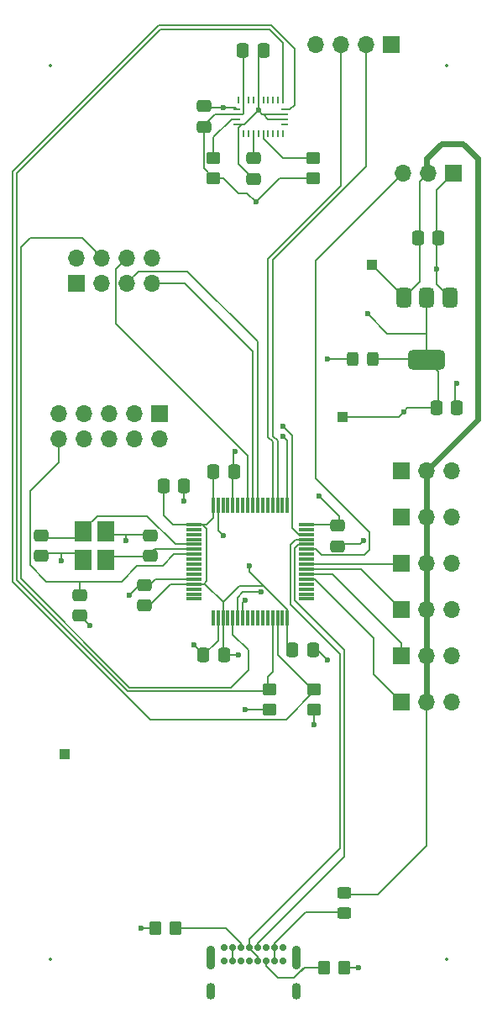
<source format=gtl>
%TF.GenerationSoftware,KiCad,Pcbnew,8.0.8-2.fc41*%
%TF.CreationDate,2025-02-22T17:19:49+01:00*%
%TF.ProjectId,Computy,436f6d70-7574-4792-9e6b-696361645f70,rev?*%
%TF.SameCoordinates,Original*%
%TF.FileFunction,Copper,L1,Top*%
%TF.FilePolarity,Positive*%
%FSLAX46Y46*%
G04 Gerber Fmt 4.6, Leading zero omitted, Abs format (unit mm)*
G04 Created by KiCad (PCBNEW 8.0.8-2.fc41) date 2025-02-22 17:19:49*
%MOMM*%
%LPD*%
G01*
G04 APERTURE LIST*
G04 Aperture macros list*
%AMRoundRect*
0 Rectangle with rounded corners*
0 $1 Rounding radius*
0 $2 $3 $4 $5 $6 $7 $8 $9 X,Y pos of 4 corners*
0 Add a 4 corners polygon primitive as box body*
4,1,4,$2,$3,$4,$5,$6,$7,$8,$9,$2,$3,0*
0 Add four circle primitives for the rounded corners*
1,1,$1+$1,$2,$3*
1,1,$1+$1,$4,$5*
1,1,$1+$1,$6,$7*
1,1,$1+$1,$8,$9*
0 Add four rect primitives between the rounded corners*
20,1,$1+$1,$2,$3,$4,$5,0*
20,1,$1+$1,$4,$5,$6,$7,0*
20,1,$1+$1,$6,$7,$8,$9,0*
20,1,$1+$1,$8,$9,$2,$3,0*%
G04 Aperture macros list end*
%TA.AperFunction,ComponentPad*%
%ADD10C,0.700000*%
%TD*%
%TA.AperFunction,ComponentPad*%
%ADD11O,0.900000X2.400000*%
%TD*%
%TA.AperFunction,ComponentPad*%
%ADD12O,0.900000X1.700000*%
%TD*%
%TA.AperFunction,SMDPad,CuDef*%
%ADD13RoundRect,0.250000X-0.475000X0.337500X-0.475000X-0.337500X0.475000X-0.337500X0.475000X0.337500X0*%
%TD*%
%TA.AperFunction,SMDPad,CuDef*%
%ADD14RoundRect,0.250000X-0.337500X-0.475000X0.337500X-0.475000X0.337500X0.475000X-0.337500X0.475000X0*%
%TD*%
%TA.AperFunction,SMDPad,CuDef*%
%ADD15RoundRect,0.250000X0.475000X-0.337500X0.475000X0.337500X-0.475000X0.337500X-0.475000X-0.337500X0*%
%TD*%
%TA.AperFunction,SMDPad,CuDef*%
%ADD16RoundRect,0.250000X0.337500X0.475000X-0.337500X0.475000X-0.337500X-0.475000X0.337500X-0.475000X0*%
%TD*%
%TA.AperFunction,SMDPad,CuDef*%
%ADD17RoundRect,0.250000X0.450000X-0.350000X0.450000X0.350000X-0.450000X0.350000X-0.450000X-0.350000X0*%
%TD*%
%TA.AperFunction,SMDPad,CuDef*%
%ADD18RoundRect,0.250000X0.350000X0.450000X-0.350000X0.450000X-0.350000X-0.450000X0.350000X-0.450000X0*%
%TD*%
%TA.AperFunction,ComponentPad*%
%ADD19R,1.700000X1.700000*%
%TD*%
%TA.AperFunction,ComponentPad*%
%ADD20O,1.700000X1.700000*%
%TD*%
%TA.AperFunction,ComponentPad*%
%ADD21R,1.000000X1.000000*%
%TD*%
%TA.AperFunction,SMDPad,CuDef*%
%ADD22RoundRect,0.250000X-0.450000X0.325000X-0.450000X-0.325000X0.450000X-0.325000X0.450000X0.325000X0*%
%TD*%
%TA.AperFunction,SMDPad,CuDef*%
%ADD23R,1.800000X2.100000*%
%TD*%
%TA.AperFunction,SMDPad,CuDef*%
%ADD24RoundRect,0.250000X0.325000X0.450000X-0.325000X0.450000X-0.325000X-0.450000X0.325000X-0.450000X0*%
%TD*%
%TA.AperFunction,SMDPad,CuDef*%
%ADD25RoundRect,0.075000X-0.700000X-0.075000X0.700000X-0.075000X0.700000X0.075000X-0.700000X0.075000X0*%
%TD*%
%TA.AperFunction,SMDPad,CuDef*%
%ADD26RoundRect,0.075000X-0.075000X-0.700000X0.075000X-0.700000X0.075000X0.700000X-0.075000X0.700000X0*%
%TD*%
%TA.AperFunction,SMDPad,CuDef*%
%ADD27RoundRect,0.375000X-0.375000X0.625000X-0.375000X-0.625000X0.375000X-0.625000X0.375000X0.625000X0*%
%TD*%
%TA.AperFunction,SMDPad,CuDef*%
%ADD28RoundRect,0.500000X-1.400000X0.500000X-1.400000X-0.500000X1.400000X-0.500000X1.400000X0.500000X0*%
%TD*%
%TA.AperFunction,SMDPad,CuDef*%
%ADD29R,0.254000X0.675000*%
%TD*%
%TA.AperFunction,SMDPad,CuDef*%
%ADD30R,0.675000X0.254000*%
%TD*%
%TA.AperFunction,SMDPad,CuDef*%
%ADD31RoundRect,0.250000X-0.350000X-0.450000X0.350000X-0.450000X0.350000X0.450000X-0.350000X0.450000X0*%
%TD*%
%TA.AperFunction,ViaPad*%
%ADD32C,0.600000*%
%TD*%
%TA.AperFunction,Conductor*%
%ADD33C,0.200000*%
%TD*%
%TA.AperFunction,Conductor*%
%ADD34C,0.600000*%
%TD*%
%ADD35C,0.300000*%
%ADD36C,0.350000*%
%ADD37O,0.600000X2.100000*%
%ADD38O,0.600000X1.400000*%
G04 APERTURE END LIST*
D10*
%TO.P,J1,A1,GND*%
%TO.N,GND*%
X107537500Y-134000000D03*
%TO.P,J1,A4,VBUS*%
%TO.N,Net-(D2-A)*%
X108387500Y-134000000D03*
%TO.P,J1,A5,CC1*%
%TO.N,Net-(J1-CC1)*%
X109237500Y-134000000D03*
%TO.P,J1,A6,D+*%
%TO.N,/USB_D+*%
X110087500Y-134000000D03*
%TO.P,J1,A7,D-*%
%TO.N,/USB_D-*%
X110937500Y-134000000D03*
%TO.P,J1,A8,SBU1*%
%TO.N,unconnected-(J1-SBU1-PadA8)*%
X111787500Y-134000000D03*
%TO.P,J1,A9,VBUS*%
%TO.N,Net-(D2-A)*%
X112637500Y-134000000D03*
%TO.P,J1,A12,GND*%
%TO.N,GND*%
X113487500Y-134000000D03*
%TO.P,J1,B1,GND*%
X113487500Y-135350000D03*
%TO.P,J1,B4,VBUS*%
%TO.N,Net-(D2-A)*%
X112637500Y-135350000D03*
%TO.P,J1,B5,CC2*%
%TO.N,Net-(J1-CC2)*%
X111787500Y-135350000D03*
%TO.P,J1,B6,D+*%
%TO.N,/USB_D+*%
X110937500Y-135350000D03*
%TO.P,J1,B7,D-*%
%TO.N,/USB_D-*%
X110087500Y-135350000D03*
%TO.P,J1,B8,SBU2*%
%TO.N,unconnected-(J1-SBU2-PadB8)*%
X109237500Y-135350000D03*
%TO.P,J1,B9,VBUS*%
%TO.N,Net-(D2-A)*%
X108387500Y-135350000D03*
%TO.P,J1,B12,GND*%
%TO.N,GND*%
X107537500Y-135350000D03*
D11*
%TO.P,J1,S1,SHIELD*%
%TO.N,unconnected-(J1-SHIELD-PadS1)_2*%
X106187500Y-134980000D03*
D12*
%TO.N,unconnected-(J1-SHIELD-PadS1)*%
X106187500Y-138360000D03*
D11*
%TO.N,unconnected-(J1-SHIELD-PadS1)_3*%
X114837500Y-134980000D03*
D12*
%TO.N,unconnected-(J1-SHIELD-PadS1)_1*%
X114837500Y-138360000D03*
%TD*%
D13*
%TO.P,C14,1*%
%TO.N,Net-(U3-CAP)*%
X110500000Y-54462500D03*
%TO.P,C14,2*%
%TO.N,GND*%
X110500000Y-56537500D03*
%TD*%
%TO.P,C13,1*%
%TO.N,/NRST*%
X93000000Y-98462500D03*
%TO.P,C13,2*%
%TO.N,GND*%
X93000000Y-100537500D03*
%TD*%
D14*
%TO.P,C12,1*%
%TO.N,+3.3V*%
X106462500Y-86000000D03*
%TO.P,C12,2*%
%TO.N,GND*%
X108537500Y-86000000D03*
%TD*%
D15*
%TO.P,C11,1*%
%TO.N,+3.3V*%
X99500000Y-99537500D03*
%TO.P,C11,2*%
%TO.N,GND*%
X99500000Y-97462500D03*
%TD*%
D13*
%TO.P,C4,1*%
%TO.N,+3.3V*%
X119000000Y-91462500D03*
%TO.P,C4,2*%
%TO.N,GND*%
X119000000Y-93537500D03*
%TD*%
D16*
%TO.P,C3,1*%
%TO.N,+3.3V*%
X107537500Y-104500000D03*
%TO.P,C3,2*%
%TO.N,GND*%
X105462500Y-104500000D03*
%TD*%
D14*
%TO.P,C2,1*%
%TO.N,+3.3V*%
X114425000Y-104000000D03*
%TO.P,C2,2*%
%TO.N,GND*%
X116500000Y-104000000D03*
%TD*%
%TO.P,C1,1*%
%TO.N,+3.3V*%
X101462500Y-87500000D03*
%TO.P,C1,2*%
%TO.N,GND*%
X103537500Y-87500000D03*
%TD*%
D17*
%TO.P,R5,1*%
%TO.N,+3.3V*%
X116500000Y-56500000D03*
%TO.P,R5,2*%
%TO.N,Net-(U3-~{RESET})*%
X116500000Y-54500000D03*
%TD*%
D18*
%TO.P,R2,1*%
%TO.N,GND*%
X119637500Y-136000000D03*
%TO.P,R2,2*%
%TO.N,Net-(J1-CC2)*%
X117637500Y-136000000D03*
%TD*%
D19*
%TO.P,M4,1,PWM*%
%TO.N,/TIM8_CH4*%
X125420000Y-95287500D03*
D20*
%TO.P,M4,2,+*%
%TO.N,+5V*%
X127960000Y-95287500D03*
%TO.P,M4,3,-*%
%TO.N,GND*%
X130500000Y-95287500D03*
%TD*%
D21*
%TO.P,TP3,1,1*%
%TO.N,GND*%
X91500000Y-114500000D03*
%TD*%
D22*
%TO.P,D2,1,K*%
%TO.N,+5V*%
X119637500Y-128475000D03*
%TO.P,D2,2,A*%
%TO.N,Net-(D2-A)*%
X119637500Y-130525000D03*
%TD*%
D21*
%TO.P,TP2,1,1*%
%TO.N,+3.3V*%
X119500000Y-80500000D03*
%TD*%
D14*
%TO.P,C6,1*%
%TO.N,+3.3V*%
X128962500Y-79637500D03*
%TO.P,C6,2*%
%TO.N,GND*%
X131037500Y-79637500D03*
%TD*%
D23*
%TO.P,Y1,1,1*%
%TO.N,/OSC_IN*%
X93337500Y-92050000D03*
%TO.P,Y1,2,2*%
%TO.N,GND*%
X93337500Y-94950000D03*
%TO.P,Y1,3,3*%
%TO.N,/OSC_OUT*%
X95637500Y-94950000D03*
%TO.P,Y1,4,4*%
%TO.N,GND*%
X95637500Y-92050000D03*
%TD*%
D17*
%TO.P,R6,1*%
%TO.N,+3.3V*%
X106500000Y-56500000D03*
%TO.P,R6,2*%
%TO.N,Net-(U3-~{BOOT_LOAD_PIN})*%
X106500000Y-54500000D03*
%TD*%
D24*
%TO.P,D1,1,K*%
%TO.N,+3.3V*%
X122525000Y-74730000D03*
%TO.P,D1,2,A*%
%TO.N,Net-(D1-A)*%
X120475000Y-74730000D03*
%TD*%
D25*
%TO.P,U1,1,VBAT*%
%TO.N,+3.3V*%
X104512500Y-91360000D03*
%TO.P,U1,2,PC13*%
%TO.N,unconnected-(U1-PC13-Pad2)*%
X104512500Y-91860000D03*
%TO.P,U1,3,PC14*%
%TO.N,unconnected-(U1-PC14-Pad3)*%
X104512500Y-92360000D03*
%TO.P,U1,4,PC15*%
%TO.N,unconnected-(U1-PC15-Pad4)*%
X104512500Y-92860000D03*
%TO.P,U1,5,PH0*%
%TO.N,/OSC_IN*%
X104512500Y-93360000D03*
%TO.P,U1,6,PH1*%
%TO.N,/OSC_OUT*%
X104512500Y-93860000D03*
%TO.P,U1,7,NRST*%
%TO.N,/NRST*%
X104512500Y-94360000D03*
%TO.P,U1,8,PC0*%
%TO.N,unconnected-(U1-PC0-Pad8)*%
X104512500Y-94860000D03*
%TO.P,U1,9,PC1*%
%TO.N,unconnected-(U1-PC1-Pad9)*%
X104512500Y-95360000D03*
%TO.P,U1,10,PC2*%
%TO.N,unconnected-(U1-PC2-Pad10)*%
X104512500Y-95860000D03*
%TO.P,U1,11,PC3*%
%TO.N,unconnected-(U1-PC3-Pad11)*%
X104512500Y-96360000D03*
%TO.P,U1,12,VSSA*%
%TO.N,GND*%
X104512500Y-96860000D03*
%TO.P,U1,13,VDDA*%
%TO.N,+3.3V*%
X104512500Y-97360000D03*
%TO.P,U1,14,PA0*%
%TO.N,unconnected-(U1-PA0-Pad14)*%
X104512500Y-97860000D03*
%TO.P,U1,15,PA1*%
%TO.N,unconnected-(U1-PA1-Pad15)*%
X104512500Y-98360000D03*
%TO.P,U1,16,PA2*%
%TO.N,unconnected-(U1-PA2-Pad16)*%
X104512500Y-98860000D03*
D26*
%TO.P,U1,17,PA3*%
%TO.N,unconnected-(U1-PA3-Pad17)*%
X106437500Y-100785000D03*
%TO.P,U1,18,VSS*%
%TO.N,GND*%
X106937500Y-100785000D03*
%TO.P,U1,19,VDD*%
%TO.N,+3.3V*%
X107437500Y-100785000D03*
%TO.P,U1,20,PA4*%
%TO.N,unconnected-(U1-PA4-Pad20)*%
X107937500Y-100785000D03*
%TO.P,U1,21,PA5*%
%TO.N,/CC1101_CSN*%
X108437500Y-100785000D03*
%TO.P,U1,22,PA6*%
%TO.N,/TIM3_CH1*%
X108937500Y-100785000D03*
%TO.P,U1,23,PA7*%
%TO.N,/TIM3_CH2*%
X109437500Y-100785000D03*
%TO.P,U1,24,PC4*%
%TO.N,unconnected-(U1-PC4-Pad24)*%
X109937500Y-100785000D03*
%TO.P,U1,25,PC5*%
%TO.N,unconnected-(U1-PC5-Pad25)*%
X110437500Y-100785000D03*
%TO.P,U1,26,PB0*%
%TO.N,unconnected-(U1-PB0-Pad26)*%
X110937500Y-100785000D03*
%TO.P,U1,27,PB1*%
%TO.N,unconnected-(U1-PB1-Pad27)*%
X111437500Y-100785000D03*
%TO.P,U1,28,PB2*%
%TO.N,unconnected-(U1-PB2-Pad28)*%
X111937500Y-100785000D03*
%TO.P,U1,29,PB10*%
%TO.N,/I2C2_SCL*%
X112437500Y-100785000D03*
%TO.P,U1,30,PB11*%
%TO.N,/I2C2_SDA*%
X112937500Y-100785000D03*
%TO.P,U1,31,VCAP_1*%
%TO.N,unconnected-(U1-VCAP_1-Pad31)*%
X113437500Y-100785000D03*
%TO.P,U1,32,VDD*%
%TO.N,+3.3V*%
X113937500Y-100785000D03*
D25*
%TO.P,U1,33,PB12*%
%TO.N,unconnected-(U1-PB12-Pad33)*%
X115862500Y-98860000D03*
%TO.P,U1,34,PB13*%
%TO.N,unconnected-(U1-PB13-Pad34)*%
X115862500Y-98360000D03*
%TO.P,U1,35,PB14*%
%TO.N,unconnected-(U1-PB14-Pad35)*%
X115862500Y-97860000D03*
%TO.P,U1,36,PB15*%
%TO.N,unconnected-(U1-PB15-Pad36)*%
X115862500Y-97360000D03*
%TO.P,U1,37,PC6*%
%TO.N,/TIM8_CH1*%
X115862500Y-96860000D03*
%TO.P,U1,38,PC7*%
%TO.N,/TIM8_CH2*%
X115862500Y-96360000D03*
%TO.P,U1,39,PC8*%
%TO.N,/TIM8_CH3*%
X115862500Y-95860000D03*
%TO.P,U1,40,PC9*%
%TO.N,/TIM8_CH4*%
X115862500Y-95360000D03*
%TO.P,U1,41,PA8*%
%TO.N,unconnected-(U1-PA8-Pad41)*%
X115862500Y-94860000D03*
%TO.P,U1,42,PA9*%
%TO.N,unconnected-(U1-PA9-Pad42)*%
X115862500Y-94360000D03*
%TO.P,U1,43,PA10*%
%TO.N,/REC_TX*%
X115862500Y-93860000D03*
%TO.P,U1,44,PA11*%
%TO.N,/USB_D-*%
X115862500Y-93360000D03*
%TO.P,U1,45,PA12*%
%TO.N,/USB_D+*%
X115862500Y-92860000D03*
%TO.P,U1,46,PA13*%
%TO.N,/SWDIO*%
X115862500Y-92360000D03*
%TO.P,U1,47,VCAP_2*%
%TO.N,unconnected-(U1-VCAP_2-Pad47)*%
X115862500Y-91860000D03*
%TO.P,U1,48,VDD*%
%TO.N,+3.3V*%
X115862500Y-91360000D03*
D26*
%TO.P,U1,49,PA14*%
%TO.N,/SWCLK*%
X113937500Y-89435000D03*
%TO.P,U1,50,PA15*%
%TO.N,unconnected-(U1-PA15-Pad50)*%
X113437500Y-89435000D03*
%TO.P,U1,51,PC10*%
%TO.N,TX_GPS*%
X112937500Y-89435000D03*
%TO.P,U1,52,PC11*%
%TO.N,RX_GPS*%
X112437500Y-89435000D03*
%TO.P,U1,53,PC12*%
%TO.N,unconnected-(U1-PC12-Pad53)*%
X111937500Y-89435000D03*
%TO.P,U1,54,PD2*%
%TO.N,unconnected-(U1-PD2-Pad54)*%
X111437500Y-89435000D03*
%TO.P,U1,55,PB3*%
%TO.N,/SPI3_SCK*%
X110937500Y-89435000D03*
%TO.P,U1,56,PB4*%
%TO.N,/SPI3_MISO*%
X110437500Y-89435000D03*
%TO.P,U1,57,PB5*%
%TO.N,/SPI3_MOSI*%
X109937500Y-89435000D03*
%TO.P,U1,58,PB6*%
%TO.N,unconnected-(U1-PB6-Pad58)*%
X109437500Y-89435000D03*
%TO.P,U1,59,PB7*%
%TO.N,unconnected-(U1-PB7-Pad59)*%
X108937500Y-89435000D03*
%TO.P,U1,60,BOOT0*%
%TO.N,GND*%
X108437500Y-89435000D03*
%TO.P,U1,61,PB8*%
%TO.N,unconnected-(U1-PB8-Pad61)*%
X107937500Y-89435000D03*
%TO.P,U1,62,PB9*%
%TO.N,unconnected-(U1-PB9-Pad62)*%
X107437500Y-89435000D03*
%TO.P,U1,63,VSS*%
%TO.N,GND*%
X106937500Y-89435000D03*
%TO.P,U1,64,VDD*%
%TO.N,+3.3V*%
X106437500Y-89435000D03*
%TD*%
D27*
%TO.P,U2,1,GND*%
%TO.N,GND*%
X130300000Y-68487500D03*
%TO.P,U2,2,VO*%
%TO.N,+3.3V*%
X128000000Y-68487500D03*
D28*
X128000000Y-74787500D03*
D27*
%TO.P,U2,3,VI*%
%TO.N,+5V*%
X125700000Y-68487500D03*
%TD*%
D19*
%TO.P,M6,1,PWM*%
%TO.N,/TIM3_CH2*%
X125420000Y-85987500D03*
D20*
%TO.P,M6,2,+*%
%TO.N,+5V*%
X127960000Y-85987500D03*
%TO.P,M6,3,-*%
%TO.N,GND*%
X130500000Y-85987500D03*
%TD*%
D19*
%TO.P,M1,1,PWM*%
%TO.N,/TIM8_CH1*%
X125420000Y-109237500D03*
D20*
%TO.P,M1,2,+*%
%TO.N,+5V*%
X127960000Y-109237500D03*
%TO.P,M1,3,-*%
%TO.N,GND*%
X130500000Y-109237500D03*
%TD*%
D17*
%TO.P,R4,1*%
%TO.N,+3.3V*%
X116637500Y-110000000D03*
%TO.P,R4,2*%
%TO.N,/I2C2_SDA*%
X116637500Y-108000000D03*
%TD*%
D14*
%TO.P,C5,1*%
%TO.N,+5V*%
X127100000Y-62500000D03*
%TO.P,C5,2*%
%TO.N,GND*%
X129175000Y-62500000D03*
%TD*%
D15*
%TO.P,C8,1*%
%TO.N,/OSC_OUT*%
X100137500Y-94537500D03*
%TO.P,C8,2*%
%TO.N,GND*%
X100137500Y-92462500D03*
%TD*%
D16*
%TO.P,C9,1*%
%TO.N,GND*%
X111537500Y-43637500D03*
%TO.P,C9,2*%
%TO.N,+3.3V*%
X109462500Y-43637500D03*
%TD*%
D29*
%TO.P,U3,1,PIN1*%
%TO.N,unconnected-(U3-PIN1-Pad1)*%
X109000000Y-48637500D03*
D30*
%TO.P,U3,2,GND*%
%TO.N,GND*%
X108862500Y-49550000D03*
%TO.P,U3,3,VDD*%
%TO.N,+3.3V*%
X108862500Y-50050000D03*
%TO.P,U3,4,~{BOOT_LOAD_PIN}*%
%TO.N,Net-(U3-~{BOOT_LOAD_PIN})*%
X108862500Y-50550000D03*
%TO.P,U3,5,PS1*%
%TO.N,GND*%
X108862500Y-51050000D03*
D29*
%TO.P,U3,6,PS0*%
X109000000Y-51962500D03*
%TO.P,U3,7,PIN7*%
%TO.N,unconnected-(U3-PIN7-Pad7)*%
X109500000Y-51962500D03*
%TO.P,U3,8,PIN8*%
%TO.N,unconnected-(U3-PIN8-Pad8)*%
X110000000Y-51962500D03*
%TO.P,U3,9,CAP*%
%TO.N,Net-(U3-CAP)*%
X110500000Y-51962500D03*
%TO.P,U3,10,BL_IND*%
%TO.N,unconnected-(U3-BL_IND-Pad10)*%
X111000000Y-51962500D03*
%TO.P,U3,11,~{RESET}*%
%TO.N,Net-(U3-~{RESET})*%
X111500000Y-51962500D03*
%TO.P,U3,12,PIN12*%
%TO.N,unconnected-(U3-PIN12-Pad12)*%
X112000000Y-51962500D03*
%TO.P,U3,13,PIN13*%
%TO.N,unconnected-(U3-PIN13-Pad13)*%
X112500000Y-51962500D03*
%TO.P,U3,14,INT*%
%TO.N,unconnected-(U3-INT-Pad14)*%
X113000000Y-51962500D03*
%TO.P,U3,15,PIN15*%
%TO.N,unconnected-(U3-PIN15-Pad15)*%
X113500000Y-51962500D03*
D30*
%TO.P,U3,16,PIN16*%
%TO.N,unconnected-(U3-PIN16-Pad16)*%
X113637500Y-51050000D03*
%TO.P,U3,17,COM3*%
%TO.N,GND*%
X113637500Y-50550000D03*
%TO.P,U3,18,COM2*%
X113637500Y-50050000D03*
%TO.P,U3,19,COM1*%
%TO.N,/I2C2_SDA*%
X113637500Y-49550000D03*
D29*
%TO.P,U3,20,COM0*%
%TO.N,/I2C2_SCL*%
X113500000Y-48637500D03*
%TO.P,U3,21,PIN21*%
%TO.N,unconnected-(U3-PIN21-Pad21)*%
X113000000Y-48637500D03*
%TO.P,U3,22,PIN22*%
%TO.N,unconnected-(U3-PIN22-Pad22)*%
X112500000Y-48637500D03*
%TO.P,U3,23,PIN23*%
%TO.N,unconnected-(U3-PIN23-Pad23)*%
X112000000Y-48637500D03*
%TO.P,U3,24,PIN24*%
%TO.N,unconnected-(U3-PIN24-Pad24)*%
X111500000Y-48637500D03*
%TO.P,U3,25,GNDIO*%
%TO.N,GND*%
X111000000Y-48637500D03*
%TO.P,U3,26,XOUT32*%
%TO.N,unconnected-(U3-XOUT32-Pad26)*%
X110500000Y-48637500D03*
%TO.P,U3,27,XIN32*%
%TO.N,unconnected-(U3-XIN32-Pad27)*%
X110000000Y-48637500D03*
%TO.P,U3,28,VDDIO*%
%TO.N,+3.3V*%
X109500000Y-48637500D03*
%TD*%
D19*
%TO.P,M3,1,PWM*%
%TO.N,/TIM8_CH3*%
X125420000Y-99937500D03*
D20*
%TO.P,M3,2,+*%
%TO.N,+5V*%
X127960000Y-99937500D03*
%TO.P,M3,3,-*%
%TO.N,GND*%
X130500000Y-99937500D03*
%TD*%
D19*
%TO.P,J4,1,Pin_1*%
%TO.N,+3.3V*%
X124437500Y-43025000D03*
D20*
%TO.P,J4,2,Pin_2*%
%TO.N,TX_GPS*%
X121897500Y-43025000D03*
%TO.P,J4,3,Pin_3*%
%TO.N,RX_GPS*%
X119357500Y-43025000D03*
%TO.P,J4,4,Pin_4*%
%TO.N,GND*%
X116817500Y-43025000D03*
%TD*%
D19*
%TO.P,M2,1,PWM*%
%TO.N,/TIM8_CH2*%
X125420000Y-104587500D03*
D20*
%TO.P,M2,2,+*%
%TO.N,+5V*%
X127960000Y-104587500D03*
%TO.P,M2,3,-*%
%TO.N,GND*%
X130500000Y-104587500D03*
%TD*%
D17*
%TO.P,R3,1*%
%TO.N,+3.3V*%
X112137500Y-110000000D03*
%TO.P,R3,2*%
%TO.N,/I2C2_SCL*%
X112137500Y-108000000D03*
%TD*%
D21*
%TO.P,TP1,1,1*%
%TO.N,+5V*%
X122500000Y-65200000D03*
%TD*%
D19*
%TO.P,J3,1,Pin_1*%
%TO.N,GND*%
X130662500Y-56025000D03*
D20*
%TO.P,J3,2,Pin_2*%
%TO.N,+5V*%
X128122500Y-56025000D03*
%TO.P,J3,3,Pin_3*%
%TO.N,/REC_TX*%
X125582500Y-56025000D03*
%TD*%
D13*
%TO.P,C7,1*%
%TO.N,/OSC_IN*%
X89137500Y-92462500D03*
%TO.P,C7,2*%
%TO.N,GND*%
X89137500Y-94537500D03*
%TD*%
D19*
%TO.P,M5,1,PWM*%
%TO.N,/TIM3_CH1*%
X125420000Y-90637500D03*
D20*
%TO.P,M5,2,+*%
%TO.N,+5V*%
X127960000Y-90637500D03*
%TO.P,M5,3,-*%
%TO.N,GND*%
X130500000Y-90637500D03*
%TD*%
D31*
%TO.P,R1,1*%
%TO.N,GND*%
X100637500Y-132000000D03*
%TO.P,R1,2*%
%TO.N,Net-(J1-CC1)*%
X102637500Y-132000000D03*
%TD*%
D13*
%TO.P,C10,1*%
%TO.N,GND*%
X105500000Y-49237500D03*
%TO.P,C10,2*%
%TO.N,+3.3V*%
X105500000Y-51312500D03*
%TD*%
D20*
%TO.P,J2,10,~{RESET}*%
%TO.N,/NRST*%
X90915000Y-82765000D03*
%TO.P,J2,9,GNDDetect*%
%TO.N,GND*%
X90915000Y-80225000D03*
%TO.P,J2,8,NC/TDI*%
%TO.N,unconnected-(J2-NC{slash}TDI-Pad8)*%
X93455000Y-82765000D03*
%TO.P,J2,7,KEY*%
%TO.N,unconnected-(J2-KEY-Pad7)*%
X93455000Y-80225000D03*
%TO.P,J2,6,SWO/TDO*%
%TO.N,unconnected-(J2-SWO{slash}TDO-Pad6)*%
X95995000Y-82765000D03*
%TO.P,J2,5,GND*%
%TO.N,GND*%
X95995000Y-80225000D03*
%TO.P,J2,4,SWCLK/TCK*%
%TO.N,/SWCLK*%
X98535000Y-82765000D03*
%TO.P,J2,3,GND*%
%TO.N,GND*%
X98535000Y-80225000D03*
%TO.P,J2,2,SWDIO/TMS*%
%TO.N,/SWDIO*%
X101075000Y-82765000D03*
D19*
%TO.P,J2,1,VTref*%
%TO.N,Net-(D1-A)*%
X101075000Y-80225000D03*
%TD*%
%TO.P,J5,1,Pin_1*%
%TO.N,GND*%
X92700000Y-67040000D03*
D20*
%TO.P,J5,2,Pin_2*%
%TO.N,+3.3V*%
X92700000Y-64500000D03*
%TO.P,J5,3,Pin_3*%
%TO.N,unconnected-(J5-Pin_3-Pad3)*%
X95240000Y-67040000D03*
%TO.P,J5,4,Pin_4*%
%TO.N,/CC1101_CSN*%
X95240000Y-64500000D03*
%TO.P,J5,5,Pin_5*%
%TO.N,/SPI3_SCK*%
X97780000Y-67040000D03*
%TO.P,J5,6,Pin_6*%
%TO.N,/SPI3_MOSI*%
X97780000Y-64500000D03*
%TO.P,J5,7,Pin_7*%
%TO.N,/SPI3_MISO*%
X100320000Y-67040000D03*
%TO.P,J5,8,Pin_8*%
%TO.N,unconnected-(J5-Pin_8-Pad8)*%
X100320000Y-64500000D03*
%TD*%
D32*
%TO.N,GND*%
X94000000Y-101500000D03*
X107500000Y-92500000D03*
X103500000Y-89000000D03*
X98000000Y-98500000D03*
X118000000Y-105000000D03*
%TO.N,+3.3V*%
X116637500Y-111500000D03*
X117137500Y-88500000D03*
X109637500Y-110000000D03*
X110750000Y-58887500D03*
X110137500Y-95500000D03*
X125637500Y-80000000D03*
X122000000Y-70137500D03*
X109037500Y-104500000D03*
%TO.N,GND*%
X129000000Y-65637500D03*
X111000000Y-49637500D03*
X121637500Y-93000000D03*
X104500000Y-103500000D03*
X108637500Y-84000000D03*
X97637500Y-93000000D03*
X131000000Y-77137500D03*
X121137500Y-136000000D03*
X99137500Y-132000000D03*
X107500000Y-49412500D03*
X91137500Y-95000000D03*
%TO.N,/TIM3_CH1*%
X111311765Y-98174265D03*
%TO.N,/TIM3_CH2*%
X109637500Y-99000000D03*
%TO.N,/SWDIO*%
X113500000Y-81500000D03*
%TO.N,Net-(D1-A)*%
X118000000Y-74730000D03*
%TO.N,/SWCLK*%
X113500000Y-82500000D03*
%TD*%
D33*
%TO.N,+3.3V*%
X116500000Y-56500000D02*
X113137500Y-56500000D01*
X113137500Y-56500000D02*
X110750000Y-58887500D01*
%TO.N,Net-(U3-~{RESET})*%
X111500000Y-51962500D02*
X111500000Y-52527000D01*
X111500000Y-52527000D02*
X113473000Y-54500000D01*
X113473000Y-54500000D02*
X116500000Y-54500000D01*
%TO.N,GND*%
X109000000Y-51962500D02*
X109000000Y-51398000D01*
X109000000Y-51398000D02*
X109348000Y-51050000D01*
X109348000Y-51050000D02*
X109587500Y-51050000D01*
X110500000Y-56537500D02*
X109000000Y-55037500D01*
X109000000Y-55037500D02*
X109000000Y-51962500D01*
%TO.N,Net-(U3-CAP)*%
X110500000Y-54462500D02*
X110500000Y-51962500D01*
%TO.N,+3.3V*%
X109000000Y-58000000D02*
X109862500Y-58000000D01*
X106500000Y-56500000D02*
X107500000Y-56500000D01*
X107500000Y-56500000D02*
X109000000Y-58000000D01*
X106500000Y-56500000D02*
X105500000Y-55500000D01*
X105500000Y-55500000D02*
X105500000Y-51312500D01*
%TO.N,Net-(U3-~{BOOT_LOAD_PIN})*%
X108862500Y-50550000D02*
X108298000Y-50550000D01*
X108298000Y-50550000D02*
X106500000Y-52348000D01*
X106500000Y-52348000D02*
X106500000Y-54500000D01*
%TO.N,GND*%
X93037500Y-100537500D02*
X94000000Y-101500000D01*
X93000000Y-100537500D02*
X93037500Y-100537500D01*
%TO.N,/NRST*%
X89637500Y-97100000D02*
X93000000Y-97100000D01*
X93000000Y-97100000D02*
X97188971Y-97100000D01*
X93000000Y-98462500D02*
X93000000Y-97100000D01*
%TO.N,TX_GPS*%
X121897500Y-43025000D02*
X121897500Y-55305685D01*
X112937500Y-82937500D02*
X112937500Y-89435000D01*
X121897500Y-55305685D02*
X112500000Y-64703185D01*
X112500000Y-64703185D02*
X112500000Y-82500000D01*
X112500000Y-82500000D02*
X112937500Y-82937500D01*
%TO.N,GND*%
X106937500Y-91937500D02*
X107500000Y-92500000D01*
X106937500Y-89435000D02*
X106937500Y-91937500D01*
%TO.N,/OSC_IN*%
X104512500Y-93360000D02*
X102632244Y-93360000D01*
X102632244Y-93360000D02*
X99772244Y-90500000D01*
%TO.N,GND*%
X103537500Y-88962500D02*
X103500000Y-89000000D01*
X103537500Y-87500000D02*
X103537500Y-88962500D01*
%TO.N,+3.3V*%
X104512500Y-91360000D02*
X102360000Y-91360000D01*
X102360000Y-91360000D02*
X101462500Y-90462500D01*
X101462500Y-90462500D02*
X101462500Y-87500000D01*
%TO.N,GND*%
X99037500Y-97462500D02*
X98000000Y-98500000D01*
X100000000Y-97462500D02*
X99037500Y-97462500D01*
%TO.N,+3.3V*%
X100000000Y-99537500D02*
X102177500Y-97360000D01*
X102177500Y-97360000D02*
X104512500Y-97360000D01*
%TO.N,GND*%
X100000000Y-97462500D02*
X100602500Y-96860000D01*
X100602500Y-96860000D02*
X104512500Y-96860000D01*
X117000000Y-104000000D02*
X118000000Y-105000000D01*
X116537500Y-104000000D02*
X117000000Y-104000000D01*
%TO.N,+3.3V*%
X113937500Y-100785000D02*
X113937500Y-103475000D01*
X113937500Y-103475000D02*
X114462500Y-104000000D01*
X128000000Y-72137500D02*
X128000000Y-74787500D01*
X111560294Y-97574265D02*
X110137500Y-96151471D01*
X119137500Y-90500000D02*
X117137500Y-88500000D01*
X116637500Y-109825000D02*
X116637500Y-111500000D01*
X113937500Y-100785000D02*
X113937500Y-99951471D01*
X105777500Y-91817590D02*
X105777500Y-97080000D01*
X108862500Y-50050000D02*
X109427000Y-50050000D01*
X118860000Y-91360000D02*
X119137500Y-91637500D01*
X109063235Y-97574265D02*
X107437500Y-99200000D01*
X109637500Y-110000000D02*
X111962500Y-110000000D01*
X106437500Y-89435000D02*
X106437500Y-86337500D01*
X105777500Y-97080000D02*
X105497500Y-97360000D01*
X105777500Y-91360000D02*
X106437500Y-90700000D01*
X106437500Y-90700000D02*
X106437500Y-89435000D01*
X107437500Y-103937500D02*
X108000000Y-104500000D01*
X128000000Y-68487500D02*
X128000000Y-72137500D01*
X109637500Y-43637500D02*
X109500000Y-43775000D01*
X119137500Y-91637500D02*
X119137500Y-90500000D01*
X107437500Y-99200000D02*
X107437500Y-100785000D01*
X126000000Y-79637500D02*
X129137500Y-79637500D01*
X109862500Y-58000000D02*
X110750000Y-58887500D01*
X106775000Y-86000000D02*
X106637500Y-86000000D01*
X110137500Y-96151471D02*
X110137500Y-95500000D01*
X105500000Y-51137500D02*
X106587500Y-50050000D01*
X128000000Y-74787500D02*
X129137500Y-75925000D01*
X122000000Y-70137500D02*
X124000000Y-72137500D01*
X111560294Y-97574265D02*
X109063235Y-97574265D01*
X115862500Y-91360000D02*
X118860000Y-91360000D01*
X105497500Y-97360000D02*
X105597500Y-97360000D01*
X106587500Y-50050000D02*
X108862500Y-50050000D01*
X113937500Y-99951471D02*
X111560294Y-97574265D01*
X107437500Y-100785000D02*
X107437500Y-103937500D01*
X109500000Y-43775000D02*
X109500000Y-48637500D01*
X124000000Y-72137500D02*
X128000000Y-72137500D01*
X109500000Y-49977000D02*
X109500000Y-48637500D01*
X105597500Y-97360000D02*
X107437500Y-99200000D01*
X109427000Y-50050000D02*
X109500000Y-49977000D01*
X122525000Y-74730000D02*
X127942500Y-74730000D01*
X119500000Y-80500000D02*
X125137500Y-80500000D01*
X125137500Y-80500000D02*
X125637500Y-80000000D01*
X111962500Y-110000000D02*
X112137500Y-109825000D01*
X104512500Y-91360000D02*
X105777500Y-91360000D01*
X105319910Y-91360000D02*
X105777500Y-91817590D01*
X108000000Y-104500000D02*
X109037500Y-104500000D01*
X127942500Y-74730000D02*
X128000000Y-74787500D01*
X104512500Y-97360000D02*
X105497500Y-97360000D01*
X104512500Y-91360000D02*
X105319910Y-91360000D01*
X129137500Y-75925000D02*
X129137500Y-79637500D01*
X106437500Y-86337500D02*
X106775000Y-86000000D01*
X125637500Y-80000000D02*
X126000000Y-79637500D01*
%TO.N,GND*%
X111500000Y-50050000D02*
X111412500Y-50050000D01*
X97637500Y-92400000D02*
X99812500Y-92400000D01*
X108437500Y-88627590D02*
X108437500Y-89435000D01*
X129000000Y-62637500D02*
X129000000Y-67187500D01*
X108500000Y-86000000D02*
X108500000Y-84137500D01*
X108725000Y-49412500D02*
X108862500Y-49550000D01*
X130862500Y-77275000D02*
X131000000Y-77137500D01*
X111000000Y-44000000D02*
X111000000Y-48637500D01*
X105500000Y-49412500D02*
X108725000Y-49412500D01*
X93312500Y-94275000D02*
X93637500Y-94600000D01*
X129000000Y-62637500D02*
X129000000Y-57662500D01*
X95337500Y-92400000D02*
X97637500Y-92400000D01*
X113637500Y-50050000D02*
X111500000Y-50050000D01*
X112000000Y-50550000D02*
X111500000Y-50050000D01*
X111000000Y-48637500D02*
X111000000Y-49637500D01*
X91137500Y-94275000D02*
X93312500Y-94275000D01*
X113637500Y-50550000D02*
X112000000Y-50550000D01*
X109587500Y-51050000D02*
X111000000Y-49637500D01*
X111412500Y-50050000D02*
X111000000Y-49637500D01*
X106937500Y-103025000D02*
X105462500Y-104500000D01*
X108437500Y-89435000D02*
X108437500Y-86062500D01*
X129000000Y-67187500D02*
X130300000Y-68487500D01*
X89137500Y-94275000D02*
X91137500Y-94275000D01*
X130862500Y-79637500D02*
X130862500Y-77275000D01*
X105462500Y-104500000D02*
X105462500Y-104462500D01*
X97637500Y-92400000D02*
X97637500Y-93000000D01*
X119637500Y-136000000D02*
X121137500Y-136000000D01*
X105462500Y-104462500D02*
X104500000Y-103500000D01*
X99812500Y-92400000D02*
X100137500Y-92725000D01*
X108862500Y-51050000D02*
X109587500Y-51050000D01*
X108437500Y-86062500D02*
X108500000Y-86000000D01*
X121275000Y-93362500D02*
X119137500Y-93362500D01*
X106937500Y-100785000D02*
X106937500Y-103025000D01*
X111362500Y-43637500D02*
X111000000Y-44000000D01*
X108500000Y-84137500D02*
X108637500Y-84000000D01*
X129000000Y-57662500D02*
X130525000Y-56137500D01*
X91137500Y-94275000D02*
X91137500Y-95000000D01*
X121637500Y-93000000D02*
X121275000Y-93362500D01*
X100637500Y-132000000D02*
X99137500Y-132000000D01*
%TO.N,/TIM3_CH1*%
X108937500Y-98700000D02*
X108937500Y-100785000D01*
X109463235Y-98174265D02*
X108937500Y-98700000D01*
X111311765Y-98174265D02*
X109463235Y-98174265D01*
%TO.N,RX_GPS*%
X112000000Y-64637500D02*
X112000000Y-82565686D01*
X112000000Y-82565686D02*
X112437500Y-83003186D01*
X119357500Y-57280000D02*
X112000000Y-64637500D01*
X112437500Y-83003186D02*
X112437500Y-89435000D01*
X119357500Y-43025000D02*
X119357500Y-57280000D01*
%TO.N,/TIM3_CH2*%
X109437500Y-99200000D02*
X109637500Y-99000000D01*
X109437500Y-100785000D02*
X109437500Y-99200000D01*
%TO.N,/USB_D-*%
X114637500Y-93777590D02*
X114637500Y-99000000D01*
X110937500Y-133505026D02*
X110937500Y-134000000D01*
X119637500Y-104000000D02*
X119637500Y-124805026D01*
X114637500Y-99000000D02*
X119637500Y-104000000D01*
X119637500Y-124805026D02*
X110937500Y-133505026D01*
X115055090Y-93360000D02*
X114637500Y-93777590D01*
X115862500Y-93360000D02*
X115055090Y-93360000D01*
%TO.N,/USB_D+*%
X114777500Y-92860000D02*
X115862500Y-92860000D01*
X114237500Y-99400000D02*
X114237500Y-93400000D01*
X119237500Y-104400000D02*
X114237500Y-99400000D01*
X110087500Y-133115685D02*
X119237500Y-123965685D01*
X110937500Y-135350000D02*
X110937500Y-134919239D01*
X114237500Y-93400000D02*
X114777500Y-92860000D01*
X110087500Y-134069239D02*
X110087500Y-134000000D01*
X110087500Y-134000000D02*
X110087500Y-133115685D01*
X110937500Y-134919239D02*
X110087500Y-134069239D01*
X119237500Y-123965685D02*
X119237500Y-104400000D01*
%TO.N,/NRST*%
X104512500Y-94360000D02*
X102500000Y-94360000D01*
X88000000Y-88000000D02*
X88000000Y-95462500D01*
X97188971Y-97100000D02*
X98788971Y-95500000D01*
X90915000Y-82765000D02*
X90915000Y-85085000D01*
X98788971Y-95500000D02*
X101360000Y-95500000D01*
X101360000Y-95500000D02*
X102500000Y-94360000D01*
X88000000Y-95462500D02*
X89637500Y-97100000D01*
X90915000Y-85085000D02*
X88000000Y-88000000D01*
%TO.N,Net-(J1-CC2)*%
X115628160Y-136000000D02*
X114882830Y-136745330D01*
X111787500Y-135844974D02*
X112942526Y-137000000D01*
X114628160Y-137000000D02*
X114882830Y-136745330D01*
X117637500Y-136000000D02*
X115628160Y-136000000D01*
X114882830Y-136745330D02*
X115587500Y-136040660D01*
X112942526Y-137000000D02*
X114628160Y-137000000D01*
X111787500Y-135350000D02*
X111787500Y-135844974D01*
%TO.N,Net-(J1-CC1)*%
X107732474Y-132000000D02*
X102637500Y-132000000D01*
X109237500Y-134000000D02*
X109237500Y-133505026D01*
X109237500Y-133505026D02*
X107732474Y-132000000D01*
%TO.N,/OSC_IN*%
X93637500Y-92300000D02*
X93637500Y-92400000D01*
X93337500Y-91900000D02*
X93337500Y-92050000D01*
X94737500Y-90500000D02*
X93337500Y-91900000D01*
X99772244Y-90500000D02*
X94737500Y-90500000D01*
X89137500Y-92725000D02*
X93312500Y-92725000D01*
X93312500Y-92725000D02*
X93637500Y-92400000D01*
%TO.N,/OSC_OUT*%
X99812500Y-94600000D02*
X100137500Y-94275000D01*
X104512500Y-93860000D02*
X100552500Y-93860000D01*
X100552500Y-93860000D02*
X100137500Y-94275000D01*
X95337500Y-94600000D02*
X99812500Y-94600000D01*
%TO.N,+5V*%
X127275000Y-56847500D02*
X127985000Y-56137500D01*
D34*
X127960000Y-85987500D02*
X133137500Y-80810000D01*
X131637500Y-53000000D02*
X129485000Y-53000000D01*
D33*
X127960000Y-123677500D02*
X127960000Y-109237500D01*
X127275000Y-62637500D02*
X127275000Y-66912500D01*
D34*
X129485000Y-53000000D02*
X127985000Y-54500000D01*
D33*
X127275000Y-62637500D02*
X127275000Y-56847500D01*
D34*
X127985000Y-54500000D02*
X127985000Y-56137500D01*
D33*
X127275000Y-66912500D02*
X125700000Y-68487500D01*
D34*
X133137500Y-80810000D02*
X133137500Y-54500000D01*
D33*
X125700000Y-68400000D02*
X122500000Y-65200000D01*
X119637500Y-128625000D02*
X123012500Y-128625000D01*
D34*
X133137500Y-54500000D02*
X131637500Y-53000000D01*
D33*
X125700000Y-68487500D02*
X125700000Y-68400000D01*
%TO.N,/SWDIO*%
X114387500Y-91692410D02*
X114387500Y-82387500D01*
X115055090Y-92360000D02*
X115862500Y-92360000D01*
X114387500Y-82387500D02*
X113500000Y-81500000D01*
X114387500Y-91692410D02*
X115055090Y-92360000D01*
%TO.N,Net-(D1-A)*%
X120475000Y-74730000D02*
X118000000Y-74730000D01*
%TO.N,/I2C2_SCL*%
X113500000Y-42862500D02*
X112137500Y-41500000D01*
X111962500Y-106675000D02*
X111962500Y-108325000D01*
X112437500Y-100785000D02*
X112437500Y-106200000D01*
X97812500Y-108175000D02*
X112137500Y-108175000D01*
X112437500Y-106200000D02*
X111962500Y-106675000D01*
X101137500Y-41500000D02*
X86637500Y-56000000D01*
X112137500Y-41500000D02*
X101137500Y-41500000D01*
X86637500Y-97000000D02*
X97812500Y-108175000D01*
X113500000Y-48637500D02*
X113500000Y-42862500D01*
X86637500Y-56000000D02*
X86637500Y-97000000D01*
%TO.N,/I2C2_SDA*%
X116637500Y-108175000D02*
X113812500Y-111000000D01*
X100071814Y-111000000D02*
X86237500Y-97165686D01*
X113812500Y-111000000D02*
X100071814Y-111000000D01*
X86237500Y-97165686D02*
X86237500Y-55834314D01*
X112303186Y-41100000D02*
X114637500Y-43434314D01*
X86237500Y-55834314D02*
X100971814Y-41100000D01*
X114202000Y-49550000D02*
X113637500Y-49550000D01*
X112937500Y-102500000D02*
X112937500Y-104500000D01*
X114637500Y-43434314D02*
X114637500Y-49114500D01*
X116612500Y-108175000D02*
X112937500Y-104500000D01*
X100971814Y-41100000D02*
X112303186Y-41100000D01*
X114637500Y-49114500D02*
X114202000Y-49550000D01*
X116637500Y-108175000D02*
X116612500Y-108175000D01*
X112937500Y-100785000D02*
X112937500Y-102500000D01*
%TO.N,/TIM8_CH1*%
X122637500Y-102827590D02*
X122637500Y-106455000D01*
X116669910Y-96860000D02*
X122637500Y-102827590D01*
X122637500Y-106455000D02*
X125420000Y-109237500D01*
X115862500Y-96860000D02*
X116669910Y-96860000D01*
%TO.N,/TIM8_CH2*%
X118497500Y-96360000D02*
X115862500Y-96360000D01*
X125420000Y-103282500D02*
X118497500Y-96360000D01*
X125420000Y-104587500D02*
X125420000Y-103282500D01*
X125420000Y-103782500D02*
X125420000Y-104587500D01*
%TO.N,/TIM8_CH3*%
X121342500Y-95860000D02*
X115862500Y-95860000D01*
X125420000Y-99937500D02*
X121342500Y-95860000D01*
%TO.N,/TIM8_CH4*%
X125347500Y-95360000D02*
X115862500Y-95360000D01*
X125420000Y-95287500D02*
X125347500Y-95360000D01*
%TO.N,/REC_TX*%
X116777500Y-93860000D02*
X117342500Y-94425000D01*
X121712500Y-94425000D02*
X122237500Y-93900000D01*
X117342500Y-94425000D02*
X121712500Y-94425000D01*
X116817500Y-86680000D02*
X116817500Y-64765000D01*
X122237500Y-92100000D02*
X116817500Y-86680000D01*
X122237500Y-93900000D02*
X122237500Y-92100000D01*
X115862500Y-93860000D02*
X116777500Y-93860000D01*
X116817500Y-64765000D02*
X125445000Y-56137500D01*
%TO.N,/SWCLK*%
X113937500Y-82937500D02*
X113500000Y-82500000D01*
X113937500Y-89435000D02*
X113937500Y-82937500D01*
%TO.N,Net-(D2-A)*%
X112637500Y-133505026D02*
X115767526Y-130375000D01*
X112637500Y-134000000D02*
X112637500Y-133505026D01*
X115767526Y-130375000D02*
X119637500Y-130375000D01*
X108387500Y-134000000D02*
X108387500Y-135350000D01*
X112637500Y-134000000D02*
X112637500Y-135350000D01*
%TO.N,/SPI3_SCK*%
X103850000Y-65850000D02*
X98930000Y-65850000D01*
X110937500Y-72937500D02*
X103850000Y-65850000D01*
X98930000Y-65850000D02*
X97780000Y-67000000D01*
X110937500Y-89435000D02*
X110937500Y-72937500D01*
%TO.N,/SPI3_MOSI*%
X96630000Y-65610000D02*
X97780000Y-64460000D01*
X109937500Y-89435000D02*
X109937500Y-84451471D01*
X109937500Y-84451471D02*
X96630000Y-71143971D01*
X96630000Y-71143971D02*
X96630000Y-65610000D01*
%TO.N,/SPI3_MISO*%
X110437500Y-82134558D02*
X110437500Y-73937500D01*
X110437500Y-73937500D02*
X103540000Y-67040000D01*
X103540000Y-67040000D02*
X100320000Y-67040000D01*
X110437500Y-89435000D02*
X110437500Y-82134558D01*
%TO.N,/CC1101_CSN*%
X108437500Y-102437500D02*
X108437500Y-100785000D01*
X97978186Y-107775000D02*
X108225000Y-107775000D01*
X95240000Y-64460000D02*
X93280000Y-62500000D01*
X110000000Y-106000000D02*
X110000000Y-104000000D01*
X87037500Y-96834314D02*
X97978186Y-107775000D01*
X108225000Y-107775000D02*
X110000000Y-106000000D01*
X88000000Y-62500000D02*
X87037500Y-63462500D01*
X110000000Y-104000000D02*
X108437500Y-102437500D01*
X87037500Y-63462500D02*
X87037500Y-96834314D01*
X93280000Y-62500000D02*
X88000000Y-62500000D01*
D34*
%TO.N,+5V*%
X127960000Y-109237500D02*
X127960000Y-85987500D01*
D33*
X123012500Y-128625000D02*
X127960000Y-123677500D01*
%TD*%
D35*
X94000000Y-101500000D03*
X107500000Y-92500000D03*
X103500000Y-89000000D03*
X98000000Y-98500000D03*
X118000000Y-105000000D03*
X116637500Y-111500000D03*
X117137500Y-88500000D03*
X109637500Y-110000000D03*
X110750000Y-58887500D03*
X110137500Y-95500000D03*
X125637500Y-80000000D03*
X122000000Y-70137500D03*
X109037500Y-104500000D03*
X129000000Y-65637500D03*
X111000000Y-49637500D03*
X121637500Y-93000000D03*
X104500000Y-103500000D03*
X108637500Y-84000000D03*
X97637500Y-93000000D03*
X131000000Y-77137500D03*
X121137500Y-136000000D03*
X99137500Y-132000000D03*
X107500000Y-49412500D03*
X91137500Y-95000000D03*
X111311765Y-98174265D03*
X109637500Y-99000000D03*
X113500000Y-81500000D03*
X118000000Y-74730000D03*
X113500000Y-82500000D03*
D36*
X107537500Y-134000000D03*
X108387500Y-134000000D03*
X109237500Y-134000000D03*
X110087500Y-134000000D03*
X110937500Y-134000000D03*
X111787500Y-134000000D03*
X112637500Y-134000000D03*
X113487500Y-134000000D03*
X113487500Y-135350000D03*
X112637500Y-135350000D03*
X111787500Y-135350000D03*
X110937500Y-135350000D03*
X110087500Y-135350000D03*
X109237500Y-135350000D03*
X108387500Y-135350000D03*
X107537500Y-135350000D03*
D37*
X106187500Y-134980000D03*
D38*
X106187500Y-138360000D03*
D37*
X114837500Y-134980000D03*
D38*
X114837500Y-138360000D03*
D36*
X125420000Y-95287500D03*
X127960000Y-95287500D03*
X130500000Y-95287500D03*
X91500000Y-114500000D03*
X119500000Y-80500000D03*
X130000000Y-135137500D03*
X90000000Y-45137500D03*
X125420000Y-85987500D03*
X127960000Y-85987500D03*
X130500000Y-85987500D03*
X125420000Y-109237500D03*
X127960000Y-109237500D03*
X130500000Y-109237500D03*
X130000000Y-45137500D03*
X125420000Y-99937500D03*
X127960000Y-99937500D03*
X130500000Y-99937500D03*
X124437500Y-43025000D03*
X121897500Y-43025000D03*
X119357500Y-43025000D03*
X116817500Y-43025000D03*
X125420000Y-104587500D03*
X127960000Y-104587500D03*
X130500000Y-104587500D03*
X122500000Y-65200000D03*
X130662500Y-56025000D03*
X128122500Y-56025000D03*
X125582500Y-56025000D03*
X125420000Y-90637500D03*
X127960000Y-90637500D03*
X130500000Y-90637500D03*
X90000000Y-135137500D03*
X90915000Y-82765000D03*
X90915000Y-80225000D03*
X93455000Y-82765000D03*
X93455000Y-80225000D03*
X95995000Y-82765000D03*
X95995000Y-80225000D03*
X98535000Y-82765000D03*
X98535000Y-80225000D03*
X101075000Y-82765000D03*
X101075000Y-80225000D03*
X92700000Y-67040000D03*
X92700000Y-64500000D03*
X95240000Y-67040000D03*
X95240000Y-64500000D03*
X97780000Y-67040000D03*
X97780000Y-64500000D03*
X100320000Y-67040000D03*
X100320000Y-64500000D03*
M02*

</source>
